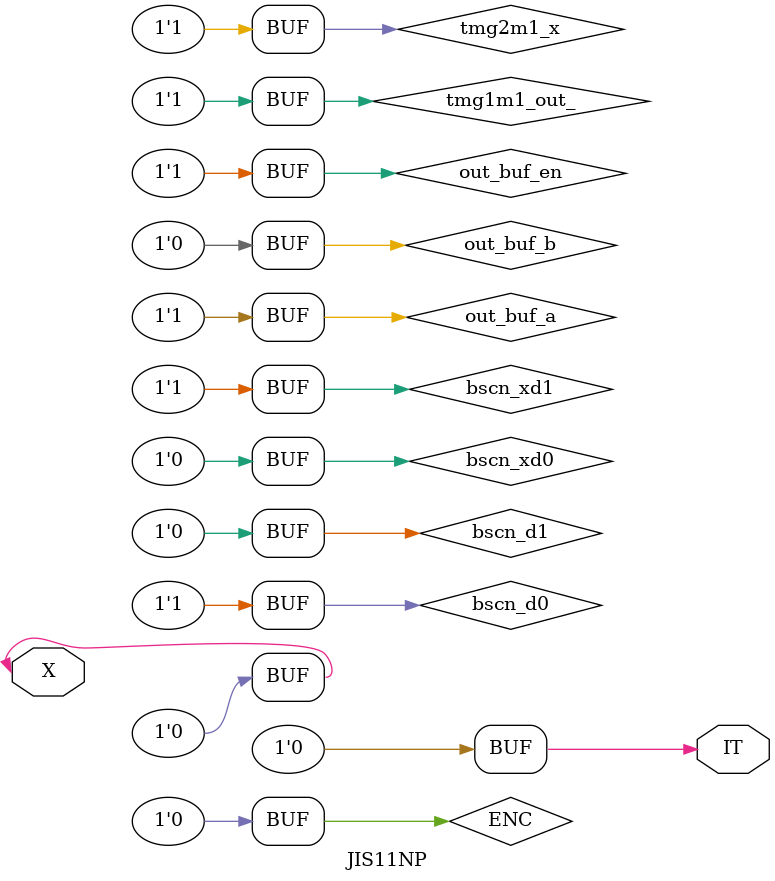
<source format=v>
module JIS11NP(X, IT);
input   X;
output  IT;
wire	ENC ;
wire	tmg1m1_out_ ;
wire	bscn_xd0 ;
wire	bscn_d0 ;
wire	bscn_xd1 ;
wire	bscn_d1 ;
wire	tmg2m1_x ;
wire	out_buf_a ;
wire	out_buf_b ;
wire	out_buf_en ;
  not		g1(ENC, 1'b1) ;
  not		g2(tmg1m1_out_, 1'b0) ;
  and		g3(bscn_xd0, ENC, 1'b0) ;
  or		g4(bscn_d0, 1'b1, tmg1m1_out_) ;
  or		g5(bscn_xd1, 1'b1, 1'b0) ;
  and		g6(bscn_d1, ENC, tmg1m1_out_) ;
  not		g7(tmg2m1_x, X) ;
  not		g8(IT, tmg2m1_x) ;
  not		g9(out_buf_a, bscn_xd0) ;
  not		g10(out_buf_b, bscn_xd1) ;
  xor		g11(out_buf_en, out_buf_a, out_buf_b) ;
  notif0	g12(X, out_buf_a, out_buf_en) ;
endmodule
</source>
